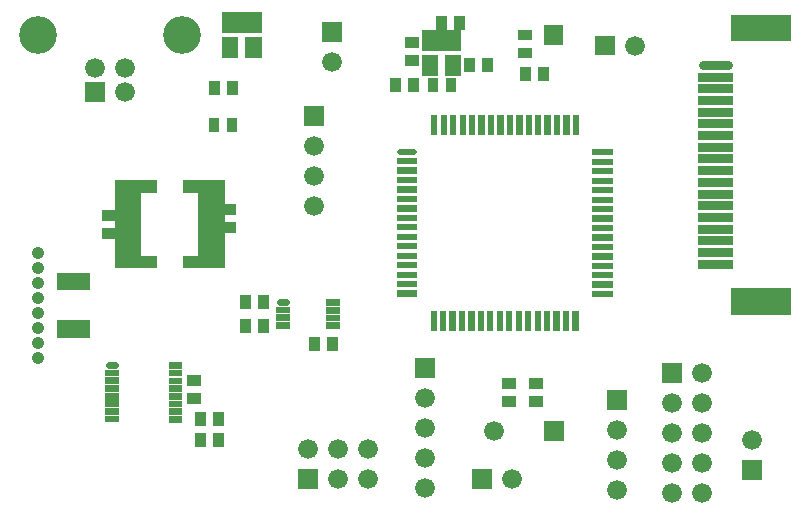
<source format=gbr>
G04 start of page 4 for group -4063 idx -4063
G04 Title: (unknown), componentmask *
G04 Creator: pcb 20070912 *
G04 CreationDate: Fri Dec  7 19:10:14 2007 UTC *
G04 For: sean *
G04 Format: Gerber/RS-274X *
G04 PCB-Dimensions: 260000 170000 *
G04 PCB-Coordinate-Origin: lower left *
%MOIN*%
%FSLAX24Y24*%
%LNFRONTMASK*%
%ADD12C,0.0200*%
%ADD16C,0.0300*%
%ADD20R,0.0300X0.0300*%
%ADD30C,0.0660*%
%ADD31C,0.0420*%
%ADD32C,0.1260*%
%ADD33R,0.0360X0.0360*%
%ADD34R,0.0540X0.0540*%
%ADD35R,0.0880X0.0880*%
%ADD36R,0.0210X0.0210*%
%ADD37R,0.0416X0.0416*%
%ADD38C,0.0220*%
%ADD39R,0.0220X0.0220*%
%ADD40R,0.0318X0.0318*%
%ADD41C,0.0210*%
G54D12*G36*
X21610Y5280D02*Y4620D01*
X22270D01*
Y5280D01*
X21610D01*
G37*
G54D30*X22940Y4950D03*
X21940Y3950D03*
X22940D03*
Y2950D03*
Y1950D03*
Y950D03*
G54D12*G36*
X24260Y2030D02*Y1370D01*
X24920D01*
Y2030D01*
X24260D01*
G37*
G54D30*X24590Y2700D03*
G54D12*G36*
X17670Y3330D02*Y2670D01*
X18330D01*
Y3330D01*
X17670D01*
G37*
G54D31*X780Y8960D03*
Y8460D03*
Y7960D03*
Y7460D03*
Y6960D03*
Y6460D03*
Y5960D03*
Y5460D03*
G54D12*G36*
X2370Y14630D02*Y13970D01*
X3030D01*
Y14630D01*
X2370D01*
G37*
G54D30*X3700Y14300D03*
Y15100D03*
X2700D03*
G54D32*X800Y16200D03*
X5600D03*
G54D12*G36*
X9670Y13830D02*Y13170D01*
X10330D01*
Y13830D01*
X9670D01*
G37*
G54D30*X10000Y12500D03*
Y11500D03*
Y10500D03*
G54D12*G36*
X10270Y16630D02*Y15970D01*
X10930D01*
Y16630D01*
X10270D01*
G37*
G54D30*X10600Y15300D03*
G54D12*G36*
X17650Y16540D02*Y15880D01*
X18310D01*
Y16540D01*
X17650D01*
G37*
G54D30*X21940Y1950D03*
Y950D03*
Y2950D03*
G54D12*G36*
X19760Y4380D02*Y3720D01*
X20420D01*
Y4380D01*
X19760D01*
G37*
G54D30*X20090Y3050D03*
Y2050D03*
Y1050D03*
G54D12*G36*
X19360Y16190D02*Y15530D01*
X20020D01*
Y16190D01*
X19360D01*
G37*
G54D30*X20690Y15860D03*
G54D12*G36*
X9470Y1730D02*Y1070D01*
X10130D01*
Y1730D01*
X9470D01*
G37*
G54D30*X9800Y2400D03*
X10800Y1400D03*
Y2400D03*
X11800Y1400D03*
G54D12*G36*
X15270Y1730D02*Y1070D01*
X15930D01*
Y1730D01*
X15270D01*
G37*
G54D30*X16600Y1400D03*
X11800Y2400D03*
X16000Y3000D03*
G54D12*G36*
X13370Y5430D02*Y4770D01*
X14030D01*
Y5430D01*
X13370D01*
G37*
G54D30*X13700Y4100D03*
Y3100D03*
Y2100D03*
Y1100D03*
G54D33*X14250Y16660D02*Y16560D01*
X14850Y16660D02*Y16560D01*
G54D34*X13850Y16100D02*Y15940D01*
X14240Y16100D02*Y15940D01*
X14630Y16100D02*Y15940D01*
G54D33*X15780Y15260D02*Y15160D01*
X17650Y14960D02*Y14860D01*
X17050Y14960D02*Y14860D01*
X15180Y15260D02*Y15160D01*
G54D34*X14630Y15280D02*Y15120D01*
X13850Y15280D02*Y15120D01*
G54D33*X13200Y15950D02*X13300D01*
X13200Y15350D02*X13300D01*
X12700Y14600D02*Y14500D01*
X13300Y14600D02*Y14500D01*
X13960Y14600D02*Y14500D01*
X14560Y14600D02*Y14500D01*
G54D16*X22960Y15200D02*X23810D01*
G54D20*X22960Y14810D02*X23810D01*
X22960Y14420D02*X23810D01*
X22960Y14030D02*X23810D01*
X22960Y13640D02*X23810D01*
X22960Y13250D02*X23810D01*
X22960Y12860D02*X23810D01*
X22960Y12470D02*X23810D01*
G54D35*X24340Y16440D02*X25440D01*
G54D33*X16990Y16210D02*X17090D01*
X16990Y15610D02*X17090D01*
G54D36*X18720Y13430D02*Y12970D01*
X18410Y13430D02*Y12970D01*
X18100Y13430D02*Y12970D01*
X17780Y13430D02*Y12970D01*
X17470Y13430D02*Y12970D01*
X17150Y13430D02*Y12970D01*
X16840Y13430D02*Y12970D01*
X16520Y13430D02*Y12970D01*
X16210Y13430D02*Y12970D01*
X15890Y13430D02*Y12970D01*
X15580Y13430D02*Y12970D01*
X15260Y13430D02*Y12970D01*
X14950Y13430D02*Y12970D01*
X14630Y13430D02*Y12970D01*
X14320Y13430D02*Y12970D01*
X14000Y13430D02*Y12970D01*
G54D33*X6660Y13260D02*Y13160D01*
X7260Y13260D02*Y13160D01*
X6690Y14490D02*Y14390D01*
X7290Y14490D02*Y14390D01*
G54D34*X7200Y16700D02*Y16540D01*
X7590Y16700D02*Y16540D01*
X7980Y16700D02*Y16540D01*
Y15880D02*Y15720D01*
X7200Y15880D02*Y15720D01*
G54D33*X7120Y9800D02*X7220D01*
X7120Y10400D02*X7220D01*
X3120Y9600D02*X3220D01*
X3120Y10200D02*X3220D01*
G54D37*X3575Y10215D02*X4028D01*
X3575Y9900D02*X4028D01*
X3575Y9585D02*X4028D01*
X3575Y11159D02*X4540D01*
X3575Y10844D02*X4028D01*
X3575Y10529D02*X4028D01*
X3575Y9270D02*X4028D01*
X3575Y8955D02*X4028D01*
X3575Y8640D02*X4540D01*
X5839D02*X6803D01*
X6351Y8955D02*X6803D01*
X6351Y9270D02*X6803D01*
X6351Y9585D02*X6803D01*
X6351Y9900D02*X6803D01*
X6350Y10215D02*X6803D01*
X6351Y10529D02*X6803D01*
X6351Y10844D02*X6803D01*
X5839Y11159D02*X6803D01*
G54D38*X3150Y5200D02*X3370D01*
G54D39*X3150Y4940D02*X3370D01*
X3150Y4690D02*X3370D01*
X3150Y4430D02*X3370D01*
X3150Y4170D02*X3370D01*
X3150Y3920D02*X3370D01*
X3150Y3660D02*X3370D01*
X3150Y3410D02*X3370D01*
X5270Y3400D02*X5490D01*
X5270Y3660D02*X5490D01*
X5270Y3910D02*X5490D01*
X5270Y4170D02*X5490D01*
X5270Y4430D02*X5490D01*
X5270Y4680D02*X5490D01*
X5270Y4940D02*X5490D01*
X5270Y5190D02*X5490D01*
G54D33*X6200Y2750D02*Y2650D01*
X6800Y2750D02*Y2650D01*
X6200Y3450D02*Y3350D01*
X6800Y3450D02*Y3350D01*
X5950Y4700D02*X6050D01*
X5950Y4100D02*X6050D01*
G54D40*X1594Y6558D02*Y6283D01*
X1790Y6558D02*Y6283D01*
X1987Y6558D02*Y6283D01*
X2184Y6558D02*Y6283D01*
X2381Y6558D02*Y6283D01*
Y8133D02*Y7858D01*
X2184Y8133D02*Y7858D01*
X1987Y8133D02*Y7858D01*
X1790Y8133D02*Y7858D01*
X1594Y8133D02*Y7858D01*
G54D38*X8850Y7300D02*X9070D01*
G54D39*X8850Y7040D02*X9070D01*
G54D33*X7700Y6550D02*Y6450D01*
X8300Y6550D02*Y6450D01*
G54D39*X8850Y6790D02*X9070D01*
X8850Y6530D02*X9070D01*
X10520Y6520D02*X10740D01*
X10520Y6780D02*X10740D01*
X10520Y7030D02*X10740D01*
X10520Y7290D02*X10740D01*
G54D33*X10000Y5950D02*Y5850D01*
X10600Y5950D02*Y5850D01*
X7700Y7350D02*Y7250D01*
X8300Y7350D02*Y7250D01*
G54D20*X22960Y12080D02*X23810D01*
X22960Y11690D02*X23810D01*
X22960Y11300D02*X23810D01*
X22960Y10910D02*X23810D01*
X22960Y10520D02*X23810D01*
X22960Y10130D02*X23810D01*
X22960Y9740D02*X23810D01*
X22960Y9350D02*X23810D01*
X22960Y8960D02*X23810D01*
X22960Y8570D02*X23810D01*
G54D35*X24340Y7330D02*X25440D01*
G54D41*X12870Y12310D02*X13330D01*
G54D36*X12870Y12000D02*X13330D01*
X12870Y11690D02*X13330D01*
X12870Y11370D02*X13330D01*
X12870Y11060D02*X13330D01*
X12870Y10740D02*X13330D01*
X12870Y10430D02*X13330D01*
X12870Y10110D02*X13330D01*
X12870Y9800D02*X13330D01*
X12870Y9480D02*X13330D01*
X12870Y9170D02*X13330D01*
X12870Y8850D02*X13330D01*
X12870Y8540D02*X13330D01*
X12870Y8220D02*X13330D01*
X12870Y7910D02*X13330D01*
X12870Y7590D02*X13330D01*
X13990Y6920D02*Y6460D01*
X14300Y6920D02*Y6460D01*
X14610Y6920D02*Y6460D01*
X14930Y6920D02*Y6460D01*
X15240Y6920D02*Y6460D01*
X15560Y6920D02*Y6460D01*
X15870Y6920D02*Y6460D01*
X16190Y6920D02*Y6460D01*
X16500Y6920D02*Y6460D01*
X16820Y6920D02*Y6460D01*
X17130Y6920D02*Y6460D01*
G54D33*X17350Y4000D02*X17450D01*
X17350Y4600D02*X17450D01*
X16450Y4000D02*X16550D01*
X16450Y4600D02*X16550D01*
G54D36*X17450Y6920D02*Y6460D01*
X17760Y6920D02*Y6460D01*
X18080Y6920D02*Y6460D01*
X18390Y6920D02*Y6460D01*
X18710Y6920D02*Y6460D01*
X19380Y7580D02*X19840D01*
X19380Y7890D02*X19840D01*
X19380Y8200D02*X19840D01*
X19380Y8520D02*X19840D01*
X19380Y8830D02*X19840D01*
X19380Y9150D02*X19840D01*
X19380Y9460D02*X19840D01*
X19380Y9780D02*X19840D01*
X19380Y10090D02*X19840D01*
X19380Y10410D02*X19840D01*
X19380Y10720D02*X19840D01*
X19380Y11040D02*X19840D01*
X19380Y11350D02*X19840D01*
X19380Y11670D02*X19840D01*
X19380Y11980D02*X19840D01*
X19380Y12300D02*X19840D01*
M02*

</source>
